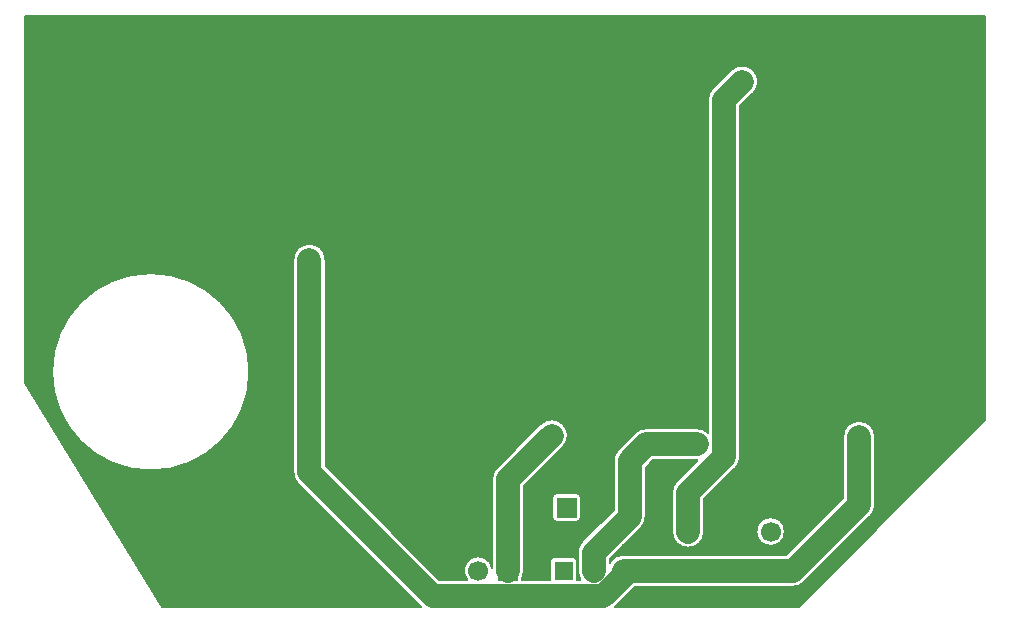
<source format=gbl>
G04 Layer: BottomLayer*
G04 EasyEDA Pro v2.2.32.3, 2024-10-26 20:26:31*
G04 Gerber Generator version 0.3*
G04 Scale: 100 percent, Rotated: No, Reflected: No*
G04 Dimensions in millimeters*
G04 Leading zeros omitted, absolute positions, 3 integers and 5 decimals*
%FSLAX35Y35*%
%MOMM*%
%ADD10C,0.2032*%
%ADD11R,1.7X1.7*%
%ADD12C,1.7*%
%ADD13R,1.7X1.7*%
%ADD14C,1.5748*%
%ADD15R,1.5748X1.5748*%
%ADD16C,1.0*%
%ADD17C,0.61*%
%ADD18C,2.0*%
G75*


G04 Copper Start*
G36*
G01X9306743Y1508055D02*
G01X7750493Y1508055D01*
G01X7919235Y1676797D01*
G03X7922601Y1680286I-96035J96035D01*
G01X9258300Y1680286D01*
G03X9354335Y1720065I0J135814D01*
G01X9913135Y2278865D01*
G03X9952914Y2374900I-96035J96035D01*
G01X9952914Y2946400D01*
G03X9681286Y2946400I-135814J0D01*
G01X9681286Y2431156D01*
G01X9202044Y1951914D01*
G01X7823200Y1951914D01*
G03X7705014Y1883014I0J-135814D01*
G01X7705014Y1912244D01*
G01X7970035Y2177265D01*
G03X8009814Y2273300I-96035J96035D01*
G01X8009814Y2686944D01*
G01X8071677Y2748807D01*
G01X8445500Y2748807D01*
G03X8449599Y2748869I0J135814D01*
G01X8273265Y2572535D01*
G03X8233486Y2476500I96035J-96035D01*
G01X8233486Y2146300D01*
G03X8505114Y2146300I135814J0D01*
G01X8505114Y2420244D01*
G01X8770135Y2685265D01*
G03X8809914Y2781300I-96035J96035D01*
G01X8809914Y5747644D01*
G01X8922535Y5860265D01*
G03X8730465Y6052335I-96035J96035D01*
G01X8578065Y5899935D01*
G03X8538286Y5803900I96035J-96035D01*
G01X8538286Y2983799D01*
G03X8445500Y3020435I-92786J-99178D01*
G01X8015421Y3020435D01*
G03X7919386Y2980656I0J-135814D01*
G01X7777965Y2839235D01*
G03X7738186Y2743200I96035J-96035D01*
G01X7738186Y2329556D01*
G01X7473165Y2064535D01*
G03X7433386Y1968500I96035J-96035D01*
G01X7433386Y1816100D01*
G03X7458049Y1738055I135814J0D01*
G01X7429754Y1738055D01*
G01X7429754Y1894840D01*
G03X7393940Y1930654I-35814J0D01*
G01X7236460Y1930654D01*
G03X7200646Y1894840I0J-35814D01*
G01X7200646Y1738055D01*
G01X6966114Y1738055D01*
G01X6966114Y1754056D01*
G03X6981114Y1816100I-120814J62044D01*
G01X6981114Y2534544D01*
G01X7309635Y2863065D01*
G03X7117565Y3055135I-96035J96035D01*
G01X6749265Y2686835D01*
G03X6709486Y2590800I96035J-96035D01*
G01X6709486Y1841161D01*
G03X6538138Y1924589I-118186J-25061D01*
G03X6499077Y1738055I53162J-108489D01*
G01X6264515Y1738055D01*
G01X5299406Y2703164D01*
G01X5299406Y4446400D01*
G03X5027778Y4446400I-135814J0D01*
G01X5027778Y2646908D01*
G03X5067557Y2550873I135814J0D01*
G01X6110375Y1508055D01*
G01X3916500Y1508055D01*
G01X2757405Y3407137D01*
G01X2757405Y6513303D01*
G01X10885761Y6513303D01*
G01X10885761Y3087073D01*
G01X9306743Y1508055D01*
G37*
%LPC*%
G36*
G01X4655475Y3498852D02*
G03X2983851Y3498852I-835812J0D01*
G03X4655475Y3498852I835812J0D01*
G37*
G36*
G01X7425600Y2228686D02*
G03X7461414Y2264500I0J35814D01*
G01X7461414Y2434500D01*
G03X7425600Y2470314I-35814J0D01*
G01X7255600Y2470314D01*
G03X7219786Y2434500I0J-35814D01*
G01X7219786Y2264500D01*
G03X7255600Y2228686I35814J0D01*
G01X7425600Y2228686D01*
G37*
G36*
G01X8946986Y2146300D02*
G03X9188614Y2146300I120814J0D01*
G03X8946986Y2146300I-120814J0D01*
G37*
%LPD*%
G54D10*
G01X9306743Y1508055D02*
G01X7750493Y1508055D01*
G01X7919235Y1676797D01*
G03X7922601Y1680286I-96035J96035D01*
G01X9258300Y1680286D01*
G03X9354335Y1720065I0J135814D01*
G01X9913135Y2278865D01*
G03X9952914Y2374900I-96035J96035D01*
G01X9952914Y2946400D01*
G03X9681286Y2946400I-135814J0D01*
G01X9681286Y2431156D01*
G01X9202044Y1951914D01*
G01X7823200Y1951914D01*
G03X7705014Y1883014I0J-135814D01*
G01X7705014Y1912244D01*
G01X7970035Y2177265D01*
G03X8009814Y2273300I-96035J96035D01*
G01X8009814Y2686944D01*
G01X8071677Y2748807D01*
G01X8445500Y2748807D01*
G03X8449599Y2748869I0J135814D01*
G01X8273265Y2572535D01*
G03X8233486Y2476500I96035J-96035D01*
G01X8233486Y2146300D01*
G03X8505114Y2146300I135814J0D01*
G01X8505114Y2420244D01*
G01X8770135Y2685265D01*
G03X8809914Y2781300I-96035J96035D01*
G01X8809914Y5747644D01*
G01X8922535Y5860265D01*
G03X8730465Y6052335I-96035J96035D01*
G01X8578065Y5899935D01*
G03X8538286Y5803900I96035J-96035D01*
G01X8538286Y2983799D01*
G03X8445500Y3020435I-92786J-99178D01*
G01X8015421Y3020435D01*
G03X7919386Y2980656I0J-135814D01*
G01X7777965Y2839235D01*
G03X7738186Y2743200I96035J-96035D01*
G01X7738186Y2329556D01*
G01X7473165Y2064535D01*
G03X7433386Y1968500I96035J-96035D01*
G01X7433386Y1816100D01*
G03X7458049Y1738055I135814J0D01*
G01X7429754Y1738055D01*
G01X7429754Y1894840D01*
G03X7393940Y1930654I-35814J0D01*
G01X7236460Y1930654D01*
G03X7200646Y1894840I0J-35814D01*
G01X7200646Y1738055D01*
G01X6966114Y1738055D01*
G01X6966114Y1754056D01*
G03X6981114Y1816100I-120814J62044D01*
G01X6981114Y2534544D01*
G01X7309635Y2863065D01*
G03X7117565Y3055135I-96035J96035D01*
G01X6749265Y2686835D01*
G03X6709486Y2590800I96035J-96035D01*
G01X6709486Y1841161D01*
G03X6538138Y1924589I-118186J-25061D01*
G03X6499077Y1738055I53162J-108489D01*
G01X6264515Y1738055D01*
G01X5299406Y2703164D01*
G01X5299406Y4446400D01*
G03X5027778Y4446400I-135814J0D01*
G01X5027778Y2646908D01*
G03X5067557Y2550873I135814J0D01*
G01X6110375Y1508055D01*
G01X3916500Y1508055D01*
G01X2757405Y3407137D01*
G01X2757405Y6513303D01*
G01X10885761Y6513303D01*
G01X10885761Y3087073D01*
G01X9306743Y1508055D01*
G01X4655475Y3498852D02*
G03X2983851Y3498852I-835812J0D01*
G03X4655475Y3498852I835812J0D01*
G01X7425600Y2228686D02*
G03X7461414Y2264500I0J35814D01*
G01X7461414Y2434500D01*
G03X7425600Y2470314I-35814J0D01*
G01X7255600Y2470314D01*
G03X7219786Y2434500I0J-35814D01*
G01X7219786Y2264500D01*
G03X7255600Y2228686I35814J0D01*
G01X7425600Y2228686D01*
G01X8946986Y2146300D02*
G03X9188614Y2146300I120814J0D01*
G03X8946986Y2146300I-120814J0D01*
G04 Copper End*

G04 Pad Start*
G54D11*
G01X7340600Y2349500D03*
G54D12*
G01X7594600Y2349500D03*
G54D11*
G01X8115300Y2146300D03*
G54D12*
G01X8369300Y2146300D03*
G54D11*
G01X8813800Y2146300D03*
G54D12*
G01X9067800Y2146300D03*
G54D13*
G01X6845300Y1816100D03*
G54D12*
G01X6591300Y1816100D03*
G54D14*
G01X7823200Y1816100D03*
G01X7569200Y1816100D03*
G54D15*
G01X7315200Y1816100D03*
G04 Pad End*

G04 Via Start*
G54D16*
G01X7213600Y2959100D03*
G01X8445500Y2884621D03*
G01X9817100Y2946400D03*
G01X5163592Y4446400D03*
G01X8826500Y5956300D03*
G54D17*
G01X4789405Y2524055D03*
G01X3265405Y4556055D03*
G01X3265405Y5064055D03*
G01X3265405Y5572055D03*
G01X3265405Y6080055D03*
G01X3773405Y2016055D03*
G01X3773405Y2524055D03*
G01X3773405Y4556055D03*
G01X3773405Y5064055D03*
G01X3773405Y5572055D03*
G01X3773405Y6080055D03*
G01X4281405Y2016055D03*
G01X4281405Y2524055D03*
G01X4281405Y4556055D03*
G01X4281405Y5064055D03*
G01X4281405Y5572055D03*
G01X4281405Y6080055D03*
G01X4789405Y3540055D03*
G01X4789405Y4048055D03*
G01X4789405Y5064055D03*
G01X4789405Y5572055D03*
G01X4789405Y6080055D03*
G01X5297405Y2016055D03*
G01X5297405Y5064055D03*
G01X5297405Y5572055D03*
G01X5297405Y6080055D03*
G01X5805405Y2524055D03*
G01X5805405Y3540055D03*
G01X5805405Y4048055D03*
G01X5805405Y5064055D03*
G01X5805405Y5572055D03*
G01X5805405Y6080055D03*
G01X6313405Y3540055D03*
G01X6313405Y4048055D03*
G01X6313405Y5064055D03*
G01X6313405Y5572055D03*
G01X6821405Y3540055D03*
G01X6821405Y4048055D03*
G01X6821405Y4556055D03*
G01X6821405Y5064055D03*
G01X6821405Y5572055D03*
G01X7329405Y3540055D03*
G01X7329405Y4048055D03*
G01X7329405Y5064055D03*
G01X7329405Y5572055D03*
G01X7329405Y6080055D03*
G01X7837405Y2016055D03*
G01X7837405Y3032055D03*
G01X7837405Y3540055D03*
G01X7837405Y4048055D03*
G01X7837405Y4556055D03*
G01X7837405Y5572055D03*
G01X8345405Y3540055D03*
G01X8345405Y5572055D03*
G01X8853405Y2016055D03*
G01X8853405Y2524055D03*
G01X8853405Y3032055D03*
G01X8853405Y3540055D03*
G01X8853405Y4556055D03*
G01X8853405Y5572055D03*
G01X9361405Y4556055D03*
G01X9361405Y5064055D03*
G01X9361405Y5572055D03*
G01X9361405Y6080055D03*
G01X9869405Y6080055D03*
G01X10377405Y3032055D03*
G01X10377405Y3540055D03*
G01X10377405Y4048055D03*
G01X10377405Y4556055D03*
G01X10377405Y5572055D03*
G04 Via End*

G04 Track Start*
G54D18*
G01X6845300Y1816100D02*
G01X6845300Y2590800D01*
G01X7213600Y2959100D01*
G01X7569200Y1816100D02*
G01X7569200Y1968500D01*
G01X7874000Y2273300D01*
G01X7874000Y2743200D01*
G01X8015421Y2884621D01*
G01X8445500Y2884621D01*
G01X7823200Y1816100D02*
G01X9258300Y1816100D01*
G01X9817100Y2374900D02*
G01X9817100Y2946400D01*
G01X9258300Y1816100D02*
G01X9817100Y2374900D01*
G01X7823200Y1816100D02*
G01X7823200Y1772832D01*
G01X7652609Y1602241D01*
G01X5163592Y2646908D02*
G01X5163592Y4446400D01*
G01X7652609Y1602241D02*
G01X6208259Y1602241D01*
G01X5163592Y2646908D01*
G01X8369300Y2146300D02*
G01X8369300Y2476500D01*
G01X8674100Y5803900D02*
G01X8826500Y5956300D01*
G01X8369300Y2476500D02*
G01X8674100Y2781300D01*
G01X8674100Y5803900D01*
G04 Track End*

M02*


</source>
